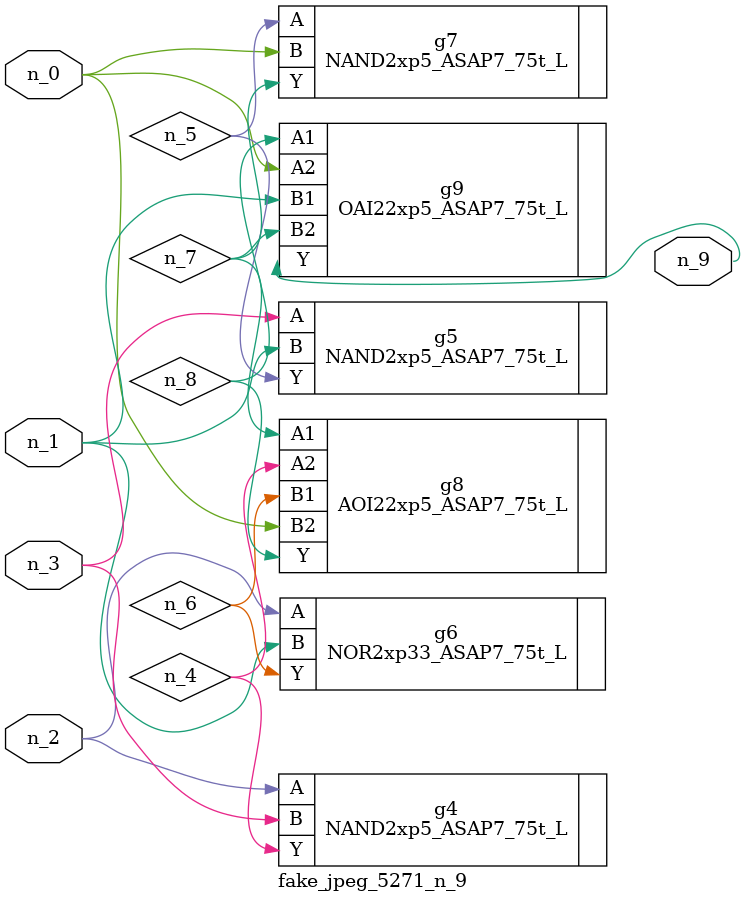
<source format=v>
module fake_jpeg_5271_n_9 (n_0, n_3, n_2, n_1, n_9);

input n_0;
input n_3;
input n_2;
input n_1;

output n_9;

wire n_4;
wire n_8;
wire n_6;
wire n_5;
wire n_7;

NAND2xp5_ASAP7_75t_L g4 ( 
.A(n_2),
.B(n_3),
.Y(n_4)
);

NAND2xp5_ASAP7_75t_L g5 ( 
.A(n_3),
.B(n_1),
.Y(n_5)
);

NOR2xp33_ASAP7_75t_L g6 ( 
.A(n_2),
.B(n_1),
.Y(n_6)
);

NAND2xp5_ASAP7_75t_L g7 ( 
.A(n_5),
.B(n_0),
.Y(n_7)
);

AOI22xp5_ASAP7_75t_L g8 ( 
.A1(n_7),
.A2(n_4),
.B1(n_6),
.B2(n_0),
.Y(n_8)
);

OAI22xp5_ASAP7_75t_L g9 ( 
.A1(n_8),
.A2(n_0),
.B1(n_1),
.B2(n_7),
.Y(n_9)
);


endmodule
</source>
